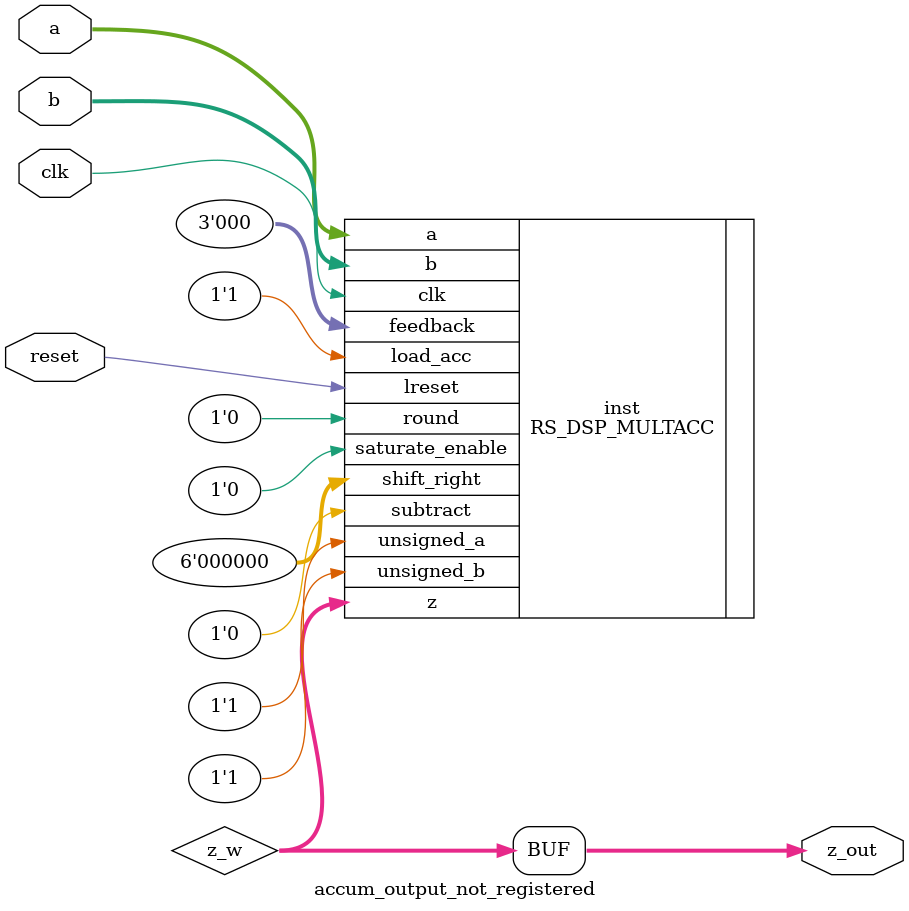
<source format=v>
module accum_output_not_registered (
	input  wire [19:0] a,
    input  wire [17:0] b,
	input wire clk, reset,
    output wire [37:0] z_out
    );

    parameter [79:0] MODE_BITS = 80'd0;
    
    wire [37:0] z_w;
	//wire reset;
	RS_DSP_MULTACC #(
    .MODE_BITS(80'h00000000000000000000)) 
        inst(.a(a), .b(b), .z(z_w),. clk(clk), .lreset(reset),. load_acc(1'b1) ,
        . feedback(3'b0), .unsigned_a(1'b1), .unsigned_b(1'b1),. saturate_enable(1'b0),
        . shift_right(6'b0),. round(1'b0),.subtract(1'b0));
	
    assign z_out = z_w;

endmodule
</source>
